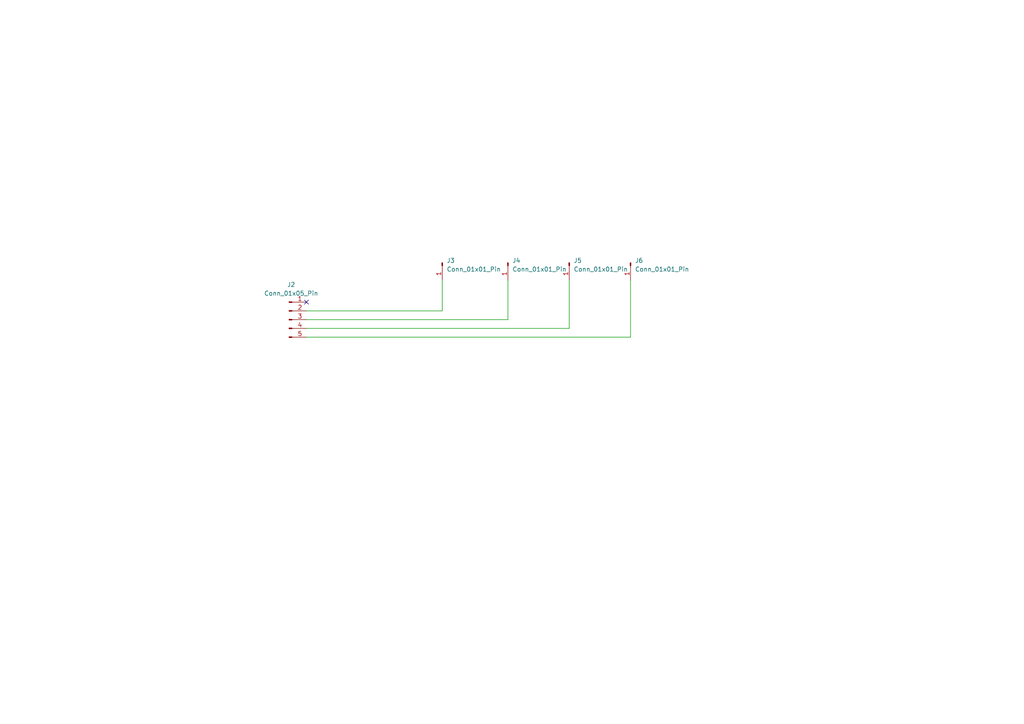
<source format=kicad_sch>
(kicad_sch
	(version 20250114)
	(generator "eeschema")
	(generator_version "9.0")
	(uuid "63e6604f-2eb3-4b24-9cb8-a67218a250e5")
	(paper "A4")
	(lib_symbols
		(symbol "Connector:Conn_01x01_Pin"
			(pin_names
				(offset 1.016)
				(hide yes)
			)
			(exclude_from_sim no)
			(in_bom yes)
			(on_board yes)
			(property "Reference" "J"
				(at 0 2.54 0)
				(effects
					(font
						(size 1.27 1.27)
					)
				)
			)
			(property "Value" "Conn_01x01_Pin"
				(at 0 -2.54 0)
				(effects
					(font
						(size 1.27 1.27)
					)
				)
			)
			(property "Footprint" ""
				(at 0 0 0)
				(effects
					(font
						(size 1.27 1.27)
					)
					(hide yes)
				)
			)
			(property "Datasheet" "~"
				(at 0 0 0)
				(effects
					(font
						(size 1.27 1.27)
					)
					(hide yes)
				)
			)
			(property "Description" "Generic connector, single row, 01x01, script generated"
				(at 0 0 0)
				(effects
					(font
						(size 1.27 1.27)
					)
					(hide yes)
				)
			)
			(property "ki_locked" ""
				(at 0 0 0)
				(effects
					(font
						(size 1.27 1.27)
					)
				)
			)
			(property "ki_keywords" "connector"
				(at 0 0 0)
				(effects
					(font
						(size 1.27 1.27)
					)
					(hide yes)
				)
			)
			(property "ki_fp_filters" "Connector*:*_1x??_*"
				(at 0 0 0)
				(effects
					(font
						(size 1.27 1.27)
					)
					(hide yes)
				)
			)
			(symbol "Conn_01x01_Pin_1_1"
				(rectangle
					(start 0.8636 0.127)
					(end 0 -0.127)
					(stroke
						(width 0.1524)
						(type default)
					)
					(fill
						(type outline)
					)
				)
				(polyline
					(pts
						(xy 1.27 0) (xy 0.8636 0)
					)
					(stroke
						(width 0.1524)
						(type default)
					)
					(fill
						(type none)
					)
				)
				(pin passive line
					(at 5.08 0 180)
					(length 3.81)
					(name "Pin_1"
						(effects
							(font
								(size 1.27 1.27)
							)
						)
					)
					(number "1"
						(effects
							(font
								(size 1.27 1.27)
							)
						)
					)
				)
			)
			(embedded_fonts no)
		)
		(symbol "Connector:Conn_01x05_Pin"
			(pin_names
				(offset 1.016)
				(hide yes)
			)
			(exclude_from_sim no)
			(in_bom yes)
			(on_board yes)
			(property "Reference" "J"
				(at 0 7.62 0)
				(effects
					(font
						(size 1.27 1.27)
					)
				)
			)
			(property "Value" "Conn_01x05_Pin"
				(at 0 -7.62 0)
				(effects
					(font
						(size 1.27 1.27)
					)
				)
			)
			(property "Footprint" ""
				(at 0 0 0)
				(effects
					(font
						(size 1.27 1.27)
					)
					(hide yes)
				)
			)
			(property "Datasheet" "~"
				(at 0 0 0)
				(effects
					(font
						(size 1.27 1.27)
					)
					(hide yes)
				)
			)
			(property "Description" "Generic connector, single row, 01x05, script generated"
				(at 0 0 0)
				(effects
					(font
						(size 1.27 1.27)
					)
					(hide yes)
				)
			)
			(property "ki_locked" ""
				(at 0 0 0)
				(effects
					(font
						(size 1.27 1.27)
					)
				)
			)
			(property "ki_keywords" "connector"
				(at 0 0 0)
				(effects
					(font
						(size 1.27 1.27)
					)
					(hide yes)
				)
			)
			(property "ki_fp_filters" "Connector*:*_1x??_*"
				(at 0 0 0)
				(effects
					(font
						(size 1.27 1.27)
					)
					(hide yes)
				)
			)
			(symbol "Conn_01x05_Pin_1_1"
				(rectangle
					(start 0.8636 5.207)
					(end 0 4.953)
					(stroke
						(width 0.1524)
						(type default)
					)
					(fill
						(type outline)
					)
				)
				(rectangle
					(start 0.8636 2.667)
					(end 0 2.413)
					(stroke
						(width 0.1524)
						(type default)
					)
					(fill
						(type outline)
					)
				)
				(rectangle
					(start 0.8636 0.127)
					(end 0 -0.127)
					(stroke
						(width 0.1524)
						(type default)
					)
					(fill
						(type outline)
					)
				)
				(rectangle
					(start 0.8636 -2.413)
					(end 0 -2.667)
					(stroke
						(width 0.1524)
						(type default)
					)
					(fill
						(type outline)
					)
				)
				(rectangle
					(start 0.8636 -4.953)
					(end 0 -5.207)
					(stroke
						(width 0.1524)
						(type default)
					)
					(fill
						(type outline)
					)
				)
				(polyline
					(pts
						(xy 1.27 5.08) (xy 0.8636 5.08)
					)
					(stroke
						(width 0.1524)
						(type default)
					)
					(fill
						(type none)
					)
				)
				(polyline
					(pts
						(xy 1.27 2.54) (xy 0.8636 2.54)
					)
					(stroke
						(width 0.1524)
						(type default)
					)
					(fill
						(type none)
					)
				)
				(polyline
					(pts
						(xy 1.27 0) (xy 0.8636 0)
					)
					(stroke
						(width 0.1524)
						(type default)
					)
					(fill
						(type none)
					)
				)
				(polyline
					(pts
						(xy 1.27 -2.54) (xy 0.8636 -2.54)
					)
					(stroke
						(width 0.1524)
						(type default)
					)
					(fill
						(type none)
					)
				)
				(polyline
					(pts
						(xy 1.27 -5.08) (xy 0.8636 -5.08)
					)
					(stroke
						(width 0.1524)
						(type default)
					)
					(fill
						(type none)
					)
				)
				(pin passive line
					(at 5.08 5.08 180)
					(length 3.81)
					(name "Pin_1"
						(effects
							(font
								(size 1.27 1.27)
							)
						)
					)
					(number "1"
						(effects
							(font
								(size 1.27 1.27)
							)
						)
					)
				)
				(pin passive line
					(at 5.08 2.54 180)
					(length 3.81)
					(name "Pin_2"
						(effects
							(font
								(size 1.27 1.27)
							)
						)
					)
					(number "2"
						(effects
							(font
								(size 1.27 1.27)
							)
						)
					)
				)
				(pin passive line
					(at 5.08 0 180)
					(length 3.81)
					(name "Pin_3"
						(effects
							(font
								(size 1.27 1.27)
							)
						)
					)
					(number "3"
						(effects
							(font
								(size 1.27 1.27)
							)
						)
					)
				)
				(pin passive line
					(at 5.08 -2.54 180)
					(length 3.81)
					(name "Pin_4"
						(effects
							(font
								(size 1.27 1.27)
							)
						)
					)
					(number "4"
						(effects
							(font
								(size 1.27 1.27)
							)
						)
					)
				)
				(pin passive line
					(at 5.08 -5.08 180)
					(length 3.81)
					(name "Pin_5"
						(effects
							(font
								(size 1.27 1.27)
							)
						)
					)
					(number "5"
						(effects
							(font
								(size 1.27 1.27)
							)
						)
					)
				)
			)
			(embedded_fonts no)
		)
	)
	(no_connect
		(at 88.9 87.63)
		(uuid "9eadb9b4-a753-4777-946d-be09ff02a159")
	)
	(wire
		(pts
			(xy 182.88 97.79) (xy 182.88 81.28)
		)
		(stroke
			(width 0)
			(type default)
		)
		(uuid "313db419-b807-4cf1-9cd1-86441429d580")
	)
	(wire
		(pts
			(xy 88.9 97.79) (xy 182.88 97.79)
		)
		(stroke
			(width 0)
			(type default)
		)
		(uuid "47579287-0db0-42a3-9e8c-a4991e73d27d")
	)
	(wire
		(pts
			(xy 165.1 81.28) (xy 165.1 95.25)
		)
		(stroke
			(width 0)
			(type default)
		)
		(uuid "518a53e4-ae5f-4710-8e73-b76aa37eb076")
	)
	(wire
		(pts
			(xy 88.9 92.71) (xy 147.32 92.71)
		)
		(stroke
			(width 0)
			(type default)
		)
		(uuid "54cab074-8fdb-4ce5-9410-49f77cb21102")
	)
	(wire
		(pts
			(xy 147.32 92.71) (xy 147.32 81.28)
		)
		(stroke
			(width 0)
			(type default)
		)
		(uuid "857bd580-289e-4a5a-b901-82287fd83eff")
	)
	(wire
		(pts
			(xy 165.1 95.25) (xy 88.9 95.25)
		)
		(stroke
			(width 0)
			(type default)
		)
		(uuid "c62bd2f2-2659-4e5d-a1b4-a17d716538b3")
	)
	(wire
		(pts
			(xy 128.27 90.17) (xy 128.27 81.28)
		)
		(stroke
			(width 0)
			(type default)
		)
		(uuid "e148b08b-c90d-43ce-9f7b-8d272f1948b6")
	)
	(wire
		(pts
			(xy 88.9 90.17) (xy 128.27 90.17)
		)
		(stroke
			(width 0)
			(type default)
		)
		(uuid "f07dc20d-bcf8-487e-8b10-e84ad1cb5a1e")
	)
	(symbol
		(lib_id "Connector:Conn_01x01_Pin")
		(at 182.88 76.2 270)
		(unit 1)
		(exclude_from_sim no)
		(in_bom yes)
		(on_board yes)
		(dnp no)
		(fields_autoplaced yes)
		(uuid "0b70be31-f062-46dc-b137-a480bb81742e")
		(property "Reference" "J6"
			(at 184.15 75.5649 90)
			(effects
				(font
					(size 1.27 1.27)
				)
				(justify left)
			)
		)
		(property "Value" "Conn_01x01_Pin"
			(at 184.15 78.1049 90)
			(effects
				(font
					(size 1.27 1.27)
				)
				(justify left)
			)
		)
		(property "Footprint" "Connector_PinHeader_2.54mm:PinHeader_1x01_P2.54mm_Vertical"
			(at 182.88 76.2 0)
			(effects
				(font
					(size 1.27 1.27)
				)
				(hide yes)
			)
		)
		(property "Datasheet" "~"
			(at 182.88 76.2 0)
			(effects
				(font
					(size 1.27 1.27)
				)
				(hide yes)
			)
		)
		(property "Description" "Generic connector, single row, 01x01, script generated"
			(at 182.88 76.2 0)
			(effects
				(font
					(size 1.27 1.27)
				)
				(hide yes)
			)
		)
		(pin "1"
			(uuid "ce3f2579-2e3a-4255-b549-14ee79ce52da")
		)
		(instances
			(project "Connector"
				(path "/63e6604f-2eb3-4b24-9cb8-a67218a250e5"
					(reference "J6")
					(unit 1)
				)
			)
		)
	)
	(symbol
		(lib_id "Connector:Conn_01x01_Pin")
		(at 147.32 76.2 270)
		(unit 1)
		(exclude_from_sim no)
		(in_bom yes)
		(on_board yes)
		(dnp no)
		(fields_autoplaced yes)
		(uuid "59305a86-49a4-4373-8678-028eb5c5f492")
		(property "Reference" "J4"
			(at 148.59 75.5649 90)
			(effects
				(font
					(size 1.27 1.27)
				)
				(justify left)
			)
		)
		(property "Value" "Conn_01x01_Pin"
			(at 148.59 78.1049 90)
			(effects
				(font
					(size 1.27 1.27)
				)
				(justify left)
			)
		)
		(property "Footprint" "Connector_PinHeader_2.54mm:PinHeader_1x01_P2.54mm_Vertical"
			(at 147.32 76.2 0)
			(effects
				(font
					(size 1.27 1.27)
				)
				(hide yes)
			)
		)
		(property "Datasheet" "~"
			(at 147.32 76.2 0)
			(effects
				(font
					(size 1.27 1.27)
				)
				(hide yes)
			)
		)
		(property "Description" "Generic connector, single row, 01x01, script generated"
			(at 147.32 76.2 0)
			(effects
				(font
					(size 1.27 1.27)
				)
				(hide yes)
			)
		)
		(pin "1"
			(uuid "a4effd20-82ea-4977-ac0d-d4cfbe8f0f28")
		)
		(instances
			(project "Connector"
				(path "/63e6604f-2eb3-4b24-9cb8-a67218a250e5"
					(reference "J4")
					(unit 1)
				)
			)
		)
	)
	(symbol
		(lib_id "Connector:Conn_01x05_Pin")
		(at 83.82 92.71 0)
		(unit 1)
		(exclude_from_sim no)
		(in_bom yes)
		(on_board yes)
		(dnp no)
		(fields_autoplaced yes)
		(uuid "86c36dad-d5c2-48ca-a18e-3bf57a4aa30f")
		(property "Reference" "J2"
			(at 84.455 82.55 0)
			(effects
				(font
					(size 1.27 1.27)
				)
			)
		)
		(property "Value" "Conn_01x05_Pin"
			(at 84.455 85.09 0)
			(effects
				(font
					(size 1.27 1.27)
				)
			)
		)
		(property "Footprint" "Connector_PinHeader_2.54mm:PinHeader_1x05_P2.54mm_Vertical"
			(at 83.82 92.71 0)
			(effects
				(font
					(size 1.27 1.27)
				)
				(hide yes)
			)
		)
		(property "Datasheet" "~"
			(at 83.82 92.71 0)
			(effects
				(font
					(size 1.27 1.27)
				)
				(hide yes)
			)
		)
		(property "Description" "Generic connector, single row, 01x05, script generated"
			(at 83.82 92.71 0)
			(effects
				(font
					(size 1.27 1.27)
				)
				(hide yes)
			)
		)
		(pin "3"
			(uuid "06c08d60-99fc-4de4-bb61-44566de8900e")
		)
		(pin "1"
			(uuid "1567d0b7-db10-4df5-a407-ea238f8855ef")
		)
		(pin "2"
			(uuid "e44e3721-6013-474a-bf35-da293db52f98")
		)
		(pin "4"
			(uuid "898177a0-f92b-4790-b0e9-2369bb1c9610")
		)
		(pin "5"
			(uuid "dd8c0bb4-2a3a-4205-9952-49397346a336")
		)
		(instances
			(project ""
				(path "/63e6604f-2eb3-4b24-9cb8-a67218a250e5"
					(reference "J2")
					(unit 1)
				)
			)
		)
	)
	(symbol
		(lib_id "Connector:Conn_01x01_Pin")
		(at 128.27 76.2 270)
		(unit 1)
		(exclude_from_sim no)
		(in_bom yes)
		(on_board yes)
		(dnp no)
		(fields_autoplaced yes)
		(uuid "c6801160-7418-4ca1-ab2d-61e09defb91d")
		(property "Reference" "J3"
			(at 129.54 75.5649 90)
			(effects
				(font
					(size 1.27 1.27)
				)
				(justify left)
			)
		)
		(property "Value" "Conn_01x01_Pin"
			(at 129.54 78.1049 90)
			(effects
				(font
					(size 1.27 1.27)
				)
				(justify left)
			)
		)
		(property "Footprint" "Connector_PinHeader_2.54mm:PinHeader_1x01_P2.54mm_Vertical"
			(at 128.27 76.2 0)
			(effects
				(font
					(size 1.27 1.27)
				)
				(hide yes)
			)
		)
		(property "Datasheet" "~"
			(at 128.27 76.2 0)
			(effects
				(font
					(size 1.27 1.27)
				)
				(hide yes)
			)
		)
		(property "Description" "Generic connector, single row, 01x01, script generated"
			(at 128.27 76.2 0)
			(effects
				(font
					(size 1.27 1.27)
				)
				(hide yes)
			)
		)
		(pin "1"
			(uuid "26dfbc31-f7d7-4c9e-b219-4acbc8afc7bd")
		)
		(instances
			(project "Connector"
				(path "/63e6604f-2eb3-4b24-9cb8-a67218a250e5"
					(reference "J3")
					(unit 1)
				)
			)
		)
	)
	(symbol
		(lib_id "Connector:Conn_01x01_Pin")
		(at 165.1 76.2 270)
		(unit 1)
		(exclude_from_sim no)
		(in_bom yes)
		(on_board yes)
		(dnp no)
		(fields_autoplaced yes)
		(uuid "c96b5843-5fca-4b84-b1d8-978cf860df45")
		(property "Reference" "J5"
			(at 166.37 75.5649 90)
			(effects
				(font
					(size 1.27 1.27)
				)
				(justify left)
			)
		)
		(property "Value" "Conn_01x01_Pin"
			(at 166.37 78.1049 90)
			(effects
				(font
					(size 1.27 1.27)
				)
				(justify left)
			)
		)
		(property "Footprint" "Connector_PinHeader_2.54mm:PinHeader_1x01_P2.54mm_Vertical"
			(at 165.1 76.2 0)
			(effects
				(font
					(size 1.27 1.27)
				)
				(hide yes)
			)
		)
		(property "Datasheet" "~"
			(at 165.1 76.2 0)
			(effects
				(font
					(size 1.27 1.27)
				)
				(hide yes)
			)
		)
		(property "Description" "Generic connector, single row, 01x01, script generated"
			(at 165.1 76.2 0)
			(effects
				(font
					(size 1.27 1.27)
				)
				(hide yes)
			)
		)
		(pin "1"
			(uuid "1a0cec32-5870-4b14-a290-4fd07afd70f3")
		)
		(instances
			(project "Connector"
				(path "/63e6604f-2eb3-4b24-9cb8-a67218a250e5"
					(reference "J5")
					(unit 1)
				)
			)
		)
	)
	(sheet_instances
		(path "/"
			(page "1")
		)
	)
	(embedded_fonts no)
)

</source>
